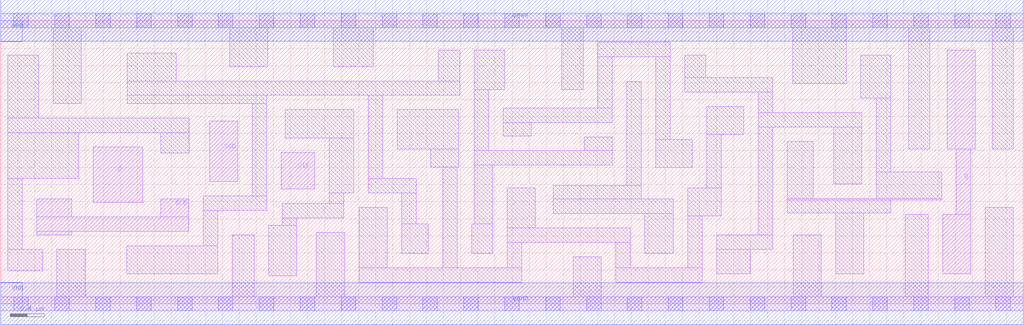
<source format=lef>
# Copyright 2020 The SkyWater PDK Authors
#
# Licensed under the Apache License, Version 2.0 (the "License");
# you may not use this file except in compliance with the License.
# You may obtain a copy of the License at
#
#     https://www.apache.org/licenses/LICENSE-2.0
#
# Unless required by applicable law or agreed to in writing, software
# distributed under the License is distributed on an "AS IS" BASIS,
# WITHOUT WARRANTIES OR CONDITIONS OF ANY KIND, either express or implied.
# See the License for the specific language governing permissions and
# limitations under the License.
#
# SPDX-License-Identifier: Apache-2.0

VERSION 5.5 ;
NAMESCASESENSITIVE ON ;
BUSBITCHARS "[]" ;
DIVIDERCHAR "/" ;
MACRO sky130_fd_sc_hs__sdfxtp_2
  CLASS CORE ;
  SOURCE USER ;
  ORIGIN  0.000000  0.000000 ;
  SIZE 12 BY  3.330000 ;
  SYMMETRY X Y ;
  SITE unit ;
  PIN D
    ANTENNAGATEAREA  0.159000 ;
    DIRECTION INPUT ;
    USE SIGNAL ;
    PORT
      LAYER li1 ;
        RECT 1.085000 1.190000 1.665000 1.845000 ;
    END
  END D
  PIN Q
    ANTENNADIFFAREA  0.576500 ;
    DIRECTION OUTPUT ;
    USE SIGNAL ;
    PORT
      LAYER li1 ;
        RECT 11.055000 0.350000 11.385000 1.050000 ;
        RECT 11.105000 1.820000 11.435000 2.980000 ;
        RECT 11.215000 1.050000 11.385000 1.820000 ;
    END
  END Q
  PIN SCD
    ANTENNAGATEAREA  0.159000 ;
    DIRECTION INPUT ;
    USE SIGNAL ;
    PORT
      LAYER li1 ;
        RECT 2.450000 1.435000 2.780000 2.150000 ;
    END
  END SCD
  PIN SCE
    ANTENNAGATEAREA  0.318000 ;
    DIRECTION INPUT ;
    USE SIGNAL ;
    PORT
      LAYER li1 ;
        RECT 0.425000 0.810000 0.835000 0.850000 ;
        RECT 0.425000 0.850000 2.205000 1.020000 ;
        RECT 0.425000 1.020000 0.835000 1.230000 ;
        RECT 1.875000 1.020000 2.205000 1.230000 ;
    END
  END SCE
  PIN CLK
    ANTENNAGATEAREA  0.279000 ;
    DIRECTION INPUT ;
    USE CLOCK ;
    PORT
      LAYER li1 ;
        RECT 3.290000 1.350000 3.685000 1.780000 ;
    END
  END CLK
  PIN VGND
    DIRECTION INOUT ;
    USE GROUND ;
    PORT
      LAYER met1 ;
        RECT 0.000000 -0.245000 12.000000 0.245000 ;
    END
  END VGND
  PIN VNB
    DIRECTION INOUT ;
    USE GROUND ;
    PORT
    END
  END VNB
  PIN VPB
    DIRECTION INOUT ;
    USE POWER ;
    PORT
    END
  END VPB
  PIN VNB
    DIRECTION INOUT ;
    USE GROUND ;
    PORT
      LAYER met1 ;
        RECT 0.000000 0.000000 0.250000 0.250000 ;
    END
  END VNB
  PIN VPB
    DIRECTION INOUT ;
    USE POWER ;
    PORT
      LAYER met1 ;
        RECT 0.000000 3.080000 0.250000 3.330000 ;
    END
  END VPB
  PIN VPWR
    DIRECTION INOUT ;
    USE POWER ;
    PORT
      LAYER met1 ;
        RECT 0.000000 3.085000 12.000000 3.575000 ;
    END
  END VPWR
  OBS
    LAYER li1 ;
      RECT  0.000000 -0.085000 12.000000 0.085000 ;
      RECT  0.000000  3.245000 12.000000 3.415000 ;
      RECT  0.085000  0.390000  0.490000 0.640000 ;
      RECT  0.085000  0.640000  0.255000 1.470000 ;
      RECT  0.085000  1.470000  0.915000 2.015000 ;
      RECT  0.085000  2.015000  2.210000 2.185000 ;
      RECT  0.085000  2.185000  0.445000 2.925000 ;
      RECT  0.615000  2.355000  0.945000 3.245000 ;
      RECT  0.660000  0.085000  0.990000 0.640000 ;
      RECT  1.480000  0.350000  2.545000 0.680000 ;
      RECT  1.485000  2.355000  3.120000 2.450000 ;
      RECT  1.485000  2.450000  5.385000 2.620000 ;
      RECT  1.485000  2.620000  2.060000 2.945000 ;
      RECT  1.880000  1.775000  2.210000 2.015000 ;
      RECT  2.375000  0.680000  2.545000 1.095000 ;
      RECT  2.375000  1.095000  3.120000 1.265000 ;
      RECT  2.685000  2.790000  3.135000 3.245000 ;
      RECT  2.715000  0.085000  2.975000 0.810000 ;
      RECT  2.950000  1.265000  3.120000 2.355000 ;
      RECT  3.145000  0.330000  3.475000 0.920000 ;
      RECT  3.305000  0.920000  3.475000 1.010000 ;
      RECT  3.305000  1.010000  4.025000 1.180000 ;
      RECT  3.340000  1.950000  4.145000 2.280000 ;
      RECT  3.705000  0.085000  4.035000 0.840000 ;
      RECT  3.855000  1.180000  4.025000 1.300000 ;
      RECT  3.855000  1.300000  4.145000 1.950000 ;
      RECT  3.900000  2.790000  4.370000 3.245000 ;
      RECT  4.205000  0.255000  6.115000 0.425000 ;
      RECT  4.205000  0.425000  4.535000 1.130000 ;
      RECT  4.315000  1.300000  4.875000 1.470000 ;
      RECT  4.315000  1.470000  4.485000 2.450000 ;
      RECT  4.655000  1.820000  5.375000 2.280000 ;
      RECT  4.705000  0.595000  5.015000 0.940000 ;
      RECT  4.705000  0.940000  4.875000 1.300000 ;
      RECT  5.045000  1.610000  5.375000 1.820000 ;
      RECT  5.135000  2.620000  5.385000 2.980000 ;
      RECT  5.185000  0.425000  5.355000 1.610000 ;
      RECT  5.525000  0.595000  5.775000 0.940000 ;
      RECT  5.555000  0.940000  5.775000 1.630000 ;
      RECT  5.555000  1.630000  7.175000 1.800000 ;
      RECT  5.555000  1.800000  5.725000 2.520000 ;
      RECT  5.555000  2.520000  5.915000 2.980000 ;
      RECT  5.895000  1.970000  6.225000 2.130000 ;
      RECT  5.895000  2.130000  7.175000 2.300000 ;
      RECT  5.945000  0.425000  6.115000 0.720000 ;
      RECT  5.945000  0.720000  7.390000 0.890000 ;
      RECT  5.945000  0.890000  6.275000 1.360000 ;
      RECT  6.485000  1.060000  7.890000 1.230000 ;
      RECT  6.485000  1.230000  7.515000 1.390000 ;
      RECT  6.585000  2.520000  6.835000 3.245000 ;
      RECT  6.720000  0.085000  7.050000 0.550000 ;
      RECT  6.845000  1.800000  7.175000 1.960000 ;
      RECT  7.005000  2.300000  7.175000 2.905000 ;
      RECT  7.005000  2.905000  7.855000 3.075000 ;
      RECT  7.220000  0.255000  8.230000 0.425000 ;
      RECT  7.220000  0.425000  7.390000 0.720000 ;
      RECT  7.345000  1.390000  7.515000 2.610000 ;
      RECT  7.560000  0.595000  7.890000 1.060000 ;
      RECT  7.685000  1.600000  8.115000 1.930000 ;
      RECT  7.685000  1.930000  7.855000 2.905000 ;
      RECT  8.025000  2.490000  9.060000 2.660000 ;
      RECT  8.025000  2.660000  8.275000 2.920000 ;
      RECT  8.060000  0.425000  8.230000 1.030000 ;
      RECT  8.060000  1.030000  8.455000 1.360000 ;
      RECT  8.285000  1.360000  8.455000 1.990000 ;
      RECT  8.285000  1.990000  8.720000 2.320000 ;
      RECT  8.400000  0.350000  8.795000 0.640000 ;
      RECT  8.400000  0.640000  9.060000 0.810000 ;
      RECT  8.890000  0.810000  9.060000 2.075000 ;
      RECT  8.890000  2.075000 10.105000 2.245000 ;
      RECT  8.890000  2.245000  9.060000 2.490000 ;
      RECT  9.230000  1.070000 10.445000 1.220000 ;
      RECT  9.230000  1.220000 11.045000 1.240000 ;
      RECT  9.230000  1.240000  9.535000 1.905000 ;
      RECT  9.295000  2.590000  9.925000 3.245000 ;
      RECT  9.300000  0.085000  9.630000 0.810000 ;
      RECT  9.775000  1.410000 10.105000 2.075000 ;
      RECT  9.800000  0.350000 10.130000 1.070000 ;
      RECT 10.095000  2.415000 10.445000 2.920000 ;
      RECT 10.275000  1.240000 11.045000 1.550000 ;
      RECT 10.275000  1.550000 10.445000 2.415000 ;
      RECT 10.615000  0.085000 10.885000 1.050000 ;
      RECT 10.655000  1.820000 10.905000 3.245000 ;
      RECT 11.555000  0.085000 11.885000 1.130000 ;
      RECT 11.635000  1.820000 11.885000 3.245000 ;
    LAYER mcon ;
      RECT  0.155000 -0.085000  0.325000 0.085000 ;
      RECT  0.155000  3.245000  0.325000 3.415000 ;
      RECT  0.635000 -0.085000  0.805000 0.085000 ;
      RECT  0.635000  3.245000  0.805000 3.415000 ;
      RECT  1.115000 -0.085000  1.285000 0.085000 ;
      RECT  1.115000  3.245000  1.285000 3.415000 ;
      RECT  1.595000 -0.085000  1.765000 0.085000 ;
      RECT  1.595000  3.245000  1.765000 3.415000 ;
      RECT  2.075000 -0.085000  2.245000 0.085000 ;
      RECT  2.075000  3.245000  2.245000 3.415000 ;
      RECT  2.555000 -0.085000  2.725000 0.085000 ;
      RECT  2.555000  3.245000  2.725000 3.415000 ;
      RECT  3.035000 -0.085000  3.205000 0.085000 ;
      RECT  3.035000  3.245000  3.205000 3.415000 ;
      RECT  3.515000 -0.085000  3.685000 0.085000 ;
      RECT  3.515000  3.245000  3.685000 3.415000 ;
      RECT  3.995000 -0.085000  4.165000 0.085000 ;
      RECT  3.995000  3.245000  4.165000 3.415000 ;
      RECT  4.475000 -0.085000  4.645000 0.085000 ;
      RECT  4.475000  3.245000  4.645000 3.415000 ;
      RECT  4.955000 -0.085000  5.125000 0.085000 ;
      RECT  4.955000  3.245000  5.125000 3.415000 ;
      RECT  5.435000 -0.085000  5.605000 0.085000 ;
      RECT  5.435000  3.245000  5.605000 3.415000 ;
      RECT  5.915000 -0.085000  6.085000 0.085000 ;
      RECT  5.915000  3.245000  6.085000 3.415000 ;
      RECT  6.395000 -0.085000  6.565000 0.085000 ;
      RECT  6.395000  3.245000  6.565000 3.415000 ;
      RECT  6.875000 -0.085000  7.045000 0.085000 ;
      RECT  6.875000  3.245000  7.045000 3.415000 ;
      RECT  7.355000 -0.085000  7.525000 0.085000 ;
      RECT  7.355000  3.245000  7.525000 3.415000 ;
      RECT  7.835000 -0.085000  8.005000 0.085000 ;
      RECT  7.835000  3.245000  8.005000 3.415000 ;
      RECT  8.315000 -0.085000  8.485000 0.085000 ;
      RECT  8.315000  3.245000  8.485000 3.415000 ;
      RECT  8.795000 -0.085000  8.965000 0.085000 ;
      RECT  8.795000  3.245000  8.965000 3.415000 ;
      RECT  9.275000 -0.085000  9.445000 0.085000 ;
      RECT  9.275000  3.245000  9.445000 3.415000 ;
      RECT  9.755000 -0.085000  9.925000 0.085000 ;
      RECT  9.755000  3.245000  9.925000 3.415000 ;
      RECT 10.235000 -0.085000 10.405000 0.085000 ;
      RECT 10.235000  3.245000 10.405000 3.415000 ;
      RECT 10.715000 -0.085000 10.885000 0.085000 ;
      RECT 10.715000  3.245000 10.885000 3.415000 ;
      RECT 11.195000 -0.085000 11.365000 0.085000 ;
      RECT 11.195000  3.245000 11.365000 3.415000 ;
      RECT 11.675000 -0.085000 11.845000 0.085000 ;
      RECT 11.675000  3.245000 11.845000 3.415000 ;
  END
END sky130_fd_sc_hs__sdfxtp_2
END LIBRARY

</source>
